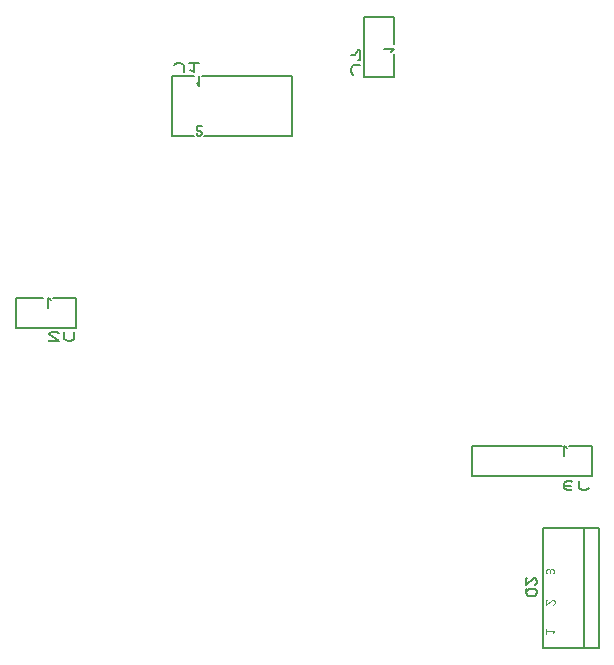
<source format=gbr>
G04 Generated by Ultiboard 14.0 *
%FSLAX34Y34*%
%MOMM*%

%ADD10C,0.0001*%
%ADD11C,0.2032*%
%ADD12C,0.1552*%
%ADD13C,0.1129*%


G04 ColorRGB FF14FF for the following layer *
%LNSilkscreen Bottom*%
%LPD*%
G54D10*
G54D11*
X237631Y601164D02*
X240453Y602675D01*
X243276Y602675D01*
X246098Y601164D01*
X246098Y595116D01*
X251742Y596628D02*
X254564Y595116D01*
X254564Y602675D01*
X250331Y602675D02*
X258798Y602675D01*
X337820Y541020D02*
X263737Y541020D01*
X337820Y591820D02*
X261620Y591820D01*
X236220Y591820D02*
X236220Y541020D01*
X257387Y585470D02*
X259503Y583353D01*
X259503Y591820D01*
X255270Y591820D02*
X236220Y591820D01*
X257386Y543137D02*
X257394Y542953D01*
X257418Y542769D01*
X257458Y542589D01*
X257514Y542413D01*
X257585Y542242D01*
X257670Y542079D01*
X257769Y541923D01*
X257882Y541776D01*
X258006Y541640D01*
X258142Y541516D01*
X258289Y541403D01*
X258445Y541304D01*
X258608Y541219D01*
X258779Y541148D01*
X258955Y541092D01*
X259135Y541052D01*
X259319Y541028D01*
X259503Y541020D01*
X259687Y541028D01*
X259871Y541052D01*
X260051Y541092D01*
X260227Y541148D01*
X260398Y541219D01*
X260561Y541304D01*
X260717Y541403D01*
X260864Y541516D01*
X261000Y541640D01*
X261124Y541776D01*
X261237Y541923D01*
X261336Y542079D01*
X261421Y542242D01*
X261492Y542413D01*
X261548Y542589D01*
X261588Y542769D01*
X261612Y542953D01*
X261620Y543137D01*
X261612Y543321D01*
X261588Y543505D01*
X261548Y543685D01*
X261492Y543861D01*
X261421Y544032D01*
X261336Y544195D01*
X261237Y544351D01*
X261124Y544498D01*
X261000Y544634D01*
X260864Y544758D01*
X260717Y544871D01*
X260561Y544970D01*
X260398Y545055D01*
X260227Y545126D01*
X260051Y545182D01*
X259871Y545222D01*
X259687Y545246D01*
X259503Y545254D01*
X257386Y547370D02*
X257394Y547186D01*
X257418Y547002D01*
X257458Y546822D01*
X257514Y546646D01*
X257585Y546475D01*
X257670Y546312D01*
X257769Y546156D01*
X257882Y546009D01*
X258006Y545873D01*
X258142Y545749D01*
X258289Y545636D01*
X258445Y545537D01*
X258608Y545452D01*
X258779Y545381D01*
X258955Y545325D01*
X259135Y545285D01*
X259319Y545261D01*
X259503Y545253D01*
X261620Y549487D02*
X257387Y549487D01*
X257387Y547370D01*
X236220Y541020D02*
X255270Y541020D01*
X337820Y541020D02*
X337820Y591820D01*
X389436Y592215D02*
X387925Y595037D01*
X387925Y597860D01*
X389436Y600682D01*
X395484Y600682D01*
X387925Y609148D02*
X391704Y609148D01*
X393972Y613382D01*
X395484Y613382D01*
X395484Y604915D01*
X393972Y604915D01*
X398780Y641604D02*
X398780Y590804D01*
X424180Y609854D02*
X424180Y590804D01*
X398780Y590804D01*
X424180Y641604D02*
X424180Y618321D01*
X424180Y614087D02*
X415713Y614087D01*
X422063Y611971D02*
X424180Y614087D01*
X424180Y641604D02*
X398780Y641604D01*
X550545Y208915D02*
X550545Y107315D01*
X597535Y107315D02*
X597535Y208915D01*
X584835Y208915D02*
X584835Y107315D01*
X583565Y107315D02*
X550545Y107315D01*
X597535Y107315D02*
X583565Y107315D01*
X583565Y208915D02*
X550545Y208915D01*
X597535Y208915D02*
X583565Y208915D01*
X589355Y242553D02*
X586533Y241041D01*
X583710Y241041D01*
X580888Y242553D01*
X580888Y248601D01*
X575244Y247845D02*
X573833Y248601D01*
X571010Y248601D01*
X568188Y247089D01*
X568188Y245577D01*
X569599Y244821D01*
X568188Y244065D01*
X568188Y242553D01*
X571010Y241041D01*
X573833Y241041D01*
X575244Y241797D01*
X573833Y244821D02*
X569599Y244821D01*
X490220Y252984D02*
X591820Y252984D01*
X490220Y278384D02*
X566420Y278384D01*
X591820Y278384D02*
X591820Y252984D01*
X572770Y278384D02*
X591820Y278384D01*
X568537Y278384D02*
X568537Y269917D01*
X570653Y276267D02*
X568537Y278384D01*
X490220Y278384D02*
X490220Y252984D01*
X153529Y375164D02*
X153529Y369116D01*
X150707Y367605D01*
X147884Y367605D01*
X145062Y369116D01*
X145062Y375164D01*
X140829Y373652D02*
X138007Y375164D01*
X135184Y375164D01*
X132362Y373652D01*
X132362Y372896D01*
X140829Y367605D01*
X132362Y367605D01*
X132362Y368360D01*
X104140Y378460D02*
X154940Y378460D01*
X135890Y403860D02*
X154940Y403860D01*
X154940Y378460D01*
X104140Y403860D02*
X127423Y403860D01*
X131657Y403860D02*
X131657Y395393D01*
X133773Y401743D02*
X131657Y403860D01*
X104140Y403860D02*
X104140Y378460D01*
G54D12*
X537754Y151488D02*
X535759Y153475D01*
X535759Y155462D01*
X537754Y157449D01*
X543741Y157449D01*
X545737Y155462D01*
X545737Y153475D01*
X543741Y151488D01*
X537754Y151488D01*
X537754Y155462D02*
X535759Y157449D01*
X543741Y160429D02*
X545737Y162416D01*
X545737Y164403D01*
X543741Y166390D01*
X542744Y166390D01*
X535759Y160429D01*
X535759Y166390D01*
X536756Y166390D01*
G54D13*
X558785Y143786D02*
X560236Y145231D01*
X560236Y146676D01*
X558785Y148120D01*
X558059Y148120D01*
X552979Y143786D01*
X552979Y148120D01*
X553705Y148120D01*
X558714Y119859D02*
X560165Y121304D01*
X552908Y121304D01*
X552908Y119137D02*
X552908Y123472D01*
X559352Y170468D02*
X560078Y171191D01*
X560078Y172636D01*
X558626Y174081D01*
X557175Y174081D01*
X556449Y173358D01*
X555724Y174081D01*
X554272Y174081D01*
X552821Y172636D01*
X552821Y171191D01*
X553546Y170468D01*
X556449Y171191D02*
X556449Y173358D01*

M02*

</source>
